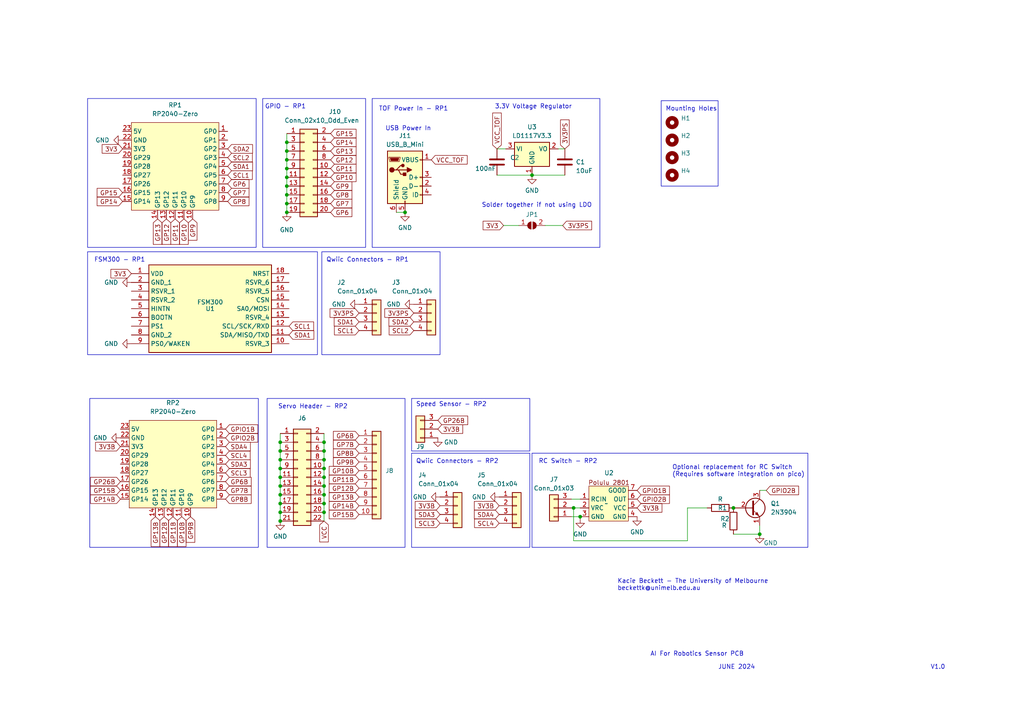
<source format=kicad_sch>
(kicad_sch (version 20230121) (generator eeschema)
  (paper "A4")
  (lib_symbols
    (symbol "Connector:USB_B_Mini" (pin_names (offset 1.016))
      (property "Reference" "J" (at -5.08 11.43 0))
      (property "Value" "USB_B_Mini" (at -5.08 8.89 0))
      (symbol "USB_B_Mini_0_1"
        (rectangle (start -5.08 -7.62) (end 5.08 7.62) (stroke (width 0.254)) (fill (type background)))
        (circle (center -3.81 2.159) (radius 0.635) (stroke (width 0.254)) (fill (type outline)))
        (circle (center -0.635 3.429) (radius 0.381) (stroke (width 0.254)) (fill (type outline)))
        (rectangle (start -0.127 -7.62) (end 0.127 -6.858))
        (polyline (pts (xy -1.905 2.159) (xy 0.635 2.159)) (stroke (width 0.254)))
        (polyline (pts (xy -3.175 2.159) (xy -2.54 2.159) (xy -1.27 3.429) (xy -0.635 3.429)) (stroke (width 0.254)))
        (polyline (pts (xy -2.54 2.159) (xy -1.905 2.159) (xy -1.27 0.889) (xy 0 0.889)) (stroke (width 0.254)))
        (polyline (pts (xy 0.635 2.794) (xy 0.635 1.524) (xy 1.905 2.159) (xy 0.635 2.794)) (stroke (width 0.254)) (fill (type outline)))
        (polyline (pts (xy -4.318 5.588) (xy -1.778 5.588) (xy -2.032 4.826) (xy -4.064 4.826) (xy -4.318 5.588)) (fill (type outline)))
        (polyline (pts (xy -4.699 5.842) (xy -4.699 5.588) (xy -4.445 4.826) (xy -4.445 4.572) (xy -1.651 4.572) (xy -1.651 4.826) (xy -1.397 5.588) (xy -1.397 5.842) (xy -4.699 5.842)))
        (rectangle (start 0.254 1.27) (end -0.508 0.508) (stroke (width 0.254)) (fill (type outline)))
        (rectangle (start 5.08 -5.207) (end 4.318 -4.953))
        (rectangle (start 5.08 -2.667) (end 4.318 -2.413))
        (rectangle (start 5.08 -0.127) (end 4.318 0.127))
        (rectangle (start 5.08 4.953) (end 4.318 5.207))
      )
      (symbol "USB_B_Mini_1_1"
        (pin power_out line (at 7.62 5.08 180) (length 2.54) (name "VBUS") (number "1"))
        (pin bidirectional line (at 7.62 -2.54 180) (length 2.54) (name "D-") (number "2"))
        (pin bidirectional line (at 7.62 0 180) (length 2.54) (name "D+") (number "3"))
        (pin passive line (at 7.62 -5.08 180) (length 2.54) (name "ID") (number "4"))
        (pin power_out line (at 0 -10.16 90) (length 2.54) (name "GND") (number "5"))
        (pin passive line (at -2.54 -10.16 90) (length 2.54) (name "Shield") (number "6"))
      )
    )
    (symbol "Connector_Generic:Conn_01x03" (pin_names (offset 1.016) hide)
      (property "Reference" "J" (at 0 5.08 0))
      (property "Value" "Conn_01x03" (at 0 -5.08 0))
      (symbol "Conn_01x03_1_1"
        (rectangle (start -1.27 -2.413) (end 0 -2.667) (stroke (width 0.1524)))
        (rectangle (start -1.27 0.127) (end 0 -0.127) (stroke (width 0.1524)))
        (rectangle (start -1.27 2.667) (end 0 2.413) (stroke (width 0.1524)))
        (rectangle (start -1.27 3.81) (end 1.27 -3.81) (stroke (width 0.254)) (fill (type background)))
        (pin passive line (at -5.08 2.54 0) (length 3.81) (name "Pin_1") (number "1"))
        (pin passive line (at -5.08 0 0) (length 3.81) (name "Pin_2") (number "2"))
        (pin passive line (at -5.08 -2.54 0) (length 3.81) (name "Pin_3") (number "3"))
      )
    )
    (symbol "Connector_Generic:Conn_01x04" (pin_names (offset 1.016) hide)
      (property "Reference" "J" (at 0 5.08 0))
      (property "Value" "Conn_01x04" (at 0 -7.62 0))
      (symbol "Conn_01x04_1_1"
        (rectangle (start -1.27 -4.953) (end 0 -5.207) (stroke (width 0.1524)))
        (rectangle (start -1.27 -2.413) (end 0 -2.667) (stroke (width 0.1524)))
        (rectangle (start -1.27 0.127) (end 0 -0.127) (stroke (width 0.1524)))
        (rectangle (start -1.27 2.667) (end 0 2.413) (stroke (width 0.1524)))
        (rectangle (start -1.27 3.81) (end 1.27 -6.35) (stroke (width 0.254)) (fill (type background)))
        (pin passive line (at -5.08 2.54 0) (length 3.81) (name "Pin_1") (number "1"))
        (pin passive line (at -5.08 0 0) (length 3.81) (name "Pin_2") (number "2"))
        (pin passive line (at -5.08 -2.54 0) (length 3.81) (name "Pin_3") (number "3"))
        (pin passive line (at -5.08 -5.08 0) (length 3.81) (name "Pin_4") (number "4"))
      )
    )
    (symbol "Connector_Generic:Conn_01x10" (pin_names (offset 1.016) hide)
      (property "Reference" "J" (at 0 12.7 0))
      (property "Value" "Conn_01x10" (at 0 -15.24 0))
      (symbol "Conn_01x10_1_1"
        (rectangle (start -1.27 -12.573) (end 0 -12.827) (stroke (width 0.1524)))
        (rectangle (start -1.27 -10.033) (end 0 -10.287) (stroke (width 0.1524)))
        (rectangle (start -1.27 -7.493) (end 0 -7.747) (stroke (width 0.1524)))
        (rectangle (start -1.27 -4.953) (end 0 -5.207) (stroke (width 0.1524)))
        (rectangle (start -1.27 -2.413) (end 0 -2.667) (stroke (width 0.1524)))
        (rectangle (start -1.27 0.127) (end 0 -0.127) (stroke (width 0.1524)))
        (rectangle (start -1.27 2.667) (end 0 2.413) (stroke (width 0.1524)))
        (rectangle (start -1.27 5.207) (end 0 4.953) (stroke (width 0.1524)))
        (rectangle (start -1.27 7.747) (end 0 7.493) (stroke (width 0.1524)))
        (rectangle (start -1.27 10.287) (end 0 10.033) (stroke (width 0.1524)))
        (rectangle (start -1.27 11.43) (end 1.27 -13.97) (stroke (width 0.254)) (fill (type background)))
        (pin passive line (at -5.08 10.16 0) (length 3.81) (name "Pin_1") (number "1"))
        (pin passive line (at -5.08 -12.7 0) (length 3.81) (name "Pin_10") (number "10"))
        (pin passive line (at -5.08 7.62 0) (length 3.81) (name "Pin_2") (number "2"))
        (pin passive line (at -5.08 5.08 0) (length 3.81) (name "Pin_3") (number "3"))
        (pin passive line (at -5.08 2.54 0) (length 3.81) (name "Pin_4") (number "4"))
        (pin passive line (at -5.08 0 0) (length 3.81) (name "Pin_5") (number "5"))
        (pin passive line (at -5.08 -2.54 0) (length 3.81) (name "Pin_6") (number "6"))
        (pin passive line (at -5.08 -5.08 0) (length 3.81) (name "Pin_7") (number "7"))
        (pin passive line (at -5.08 -7.62 0) (length 3.81) (name "Pin_8") (number "8"))
        (pin passive line (at -5.08 -10.16 0) (length 3.81) (name "Pin_9") (number "9"))
      )
    )
    (symbol "Connector_Generic:Conn_02x10_Odd_Even" (pin_names (offset 1.016) hide)
      (property "Reference" "J" (at 1.27 12.7 0))
      (property "Value" "Conn_02x10_Odd_Even" (at 1.27 -15.24 0))
      (symbol "Conn_02x10_Odd_Even_1_1"
        (rectangle (start -1.27 -12.573) (end 0 -12.827) (stroke (width 0.1524)))
        (rectangle (start -1.27 -10.033) (end 0 -10.287) (stroke (width 0.1524)))
        (rectangle (start -1.27 -7.493) (end 0 -7.747) (stroke (width 0.1524)))
        (rectangle (start -1.27 -4.953) (end 0 -5.207) (stroke (width 0.1524)))
        (rectangle (start -1.27 -2.413) (end 0 -2.667) (stroke (width 0.1524)))
        (rectangle (start -1.27 0.127) (end 0 -0.127) (stroke (width 0.1524)))
        (rectangle (start -1.27 2.667) (end 0 2.413) (stroke (width 0.1524)))
        (rectangle (start -1.27 5.207) (end 0 4.953) (stroke (width 0.1524)))
        (rectangle (start -1.27 7.747) (end 0 7.493) (stroke (width 0.1524)))
        (rectangle (start -1.27 10.287) (end 0 10.033) (stroke (width 0.1524)))
        (rectangle (start -1.27 11.43) (end 3.81 -13.97) (stroke (width 0.254)) (fill (type background)))
        (rectangle (start 3.81 -12.573) (end 2.54 -12.827) (stroke (width 0.1524)))
        (rectangle (start 3.81 -10.033) (end 2.54 -10.287) (stroke (width 0.1524)))
        (rectangle (start 3.81 -7.493) (end 2.54 -7.747) (stroke (width 0.1524)))
        (rectangle (start 3.81 -4.953) (end 2.54 -5.207) (stroke (width 0.1524)))
        (rectangle (start 3.81 -2.413) (end 2.54 -2.667) (stroke (width 0.1524)))
        (rectangle (start 3.81 0.127) (end 2.54 -0.127) (stroke (width 0.1524)))
        (rectangle (start 3.81 2.667) (end 2.54 2.413) (stroke (width 0.1524)))
        (rectangle (start 3.81 5.207) (end 2.54 4.953) (stroke (width 0.1524)))
        (rectangle (start 3.81 7.747) (end 2.54 7.493) (stroke (width 0.1524)))
        (rectangle (start 3.81 10.287) (end 2.54 10.033) (stroke (width 0.1524)))
        (pin passive line (at -5.08 10.16 0) (length 3.81) (name "Pin_1") (number "1"))
        (pin passive line (at 7.62 0 180) (length 3.81) (name "Pin_10") (number "10"))
        (pin passive line (at -5.08 -2.54 0) (length 3.81) (name "Pin_11") (number "11"))
        (pin passive line (at 7.62 -2.54 180) (length 3.81) (name "Pin_12") (number "12"))
        (pin passive line (at -5.08 -5.08 0) (length 3.81) (name "Pin_13") (number "13"))
        (pin passive line (at 7.62 -5.08 180) (length 3.81) (name "Pin_14") (number "14"))
        (pin passive line (at -5.08 -7.62 0) (length 3.81) (name "Pin_15") (number "15"))
        (pin passive line (at 7.62 -7.62 180) (length 3.81) (name "Pin_16") (number "16"))
        (pin passive line (at -5.08 -10.16 0) (length 3.81) (name "Pin_17") (number "17"))
        (pin passive line (at 7.62 -10.16 180) (length 3.81) (name "Pin_18") (number "18"))
        (pin passive line (at -5.08 -12.7 0) (length 3.81) (name "Pin_19") (number "19"))
        (pin passive line (at 7.62 10.16 180) (length 3.81) (name "Pin_2") (number "2"))
        (pin passive line (at 7.62 -12.7 180) (length 3.81) (name "Pin_20") (number "20"))
        (pin passive line (at -5.08 7.62 0) (length 3.81) (name "Pin_3") (number "3"))
        (pin passive line (at 7.62 7.62 180) (length 3.81) (name "Pin_4") (number "4"))
        (pin passive line (at -5.08 5.08 0) (length 3.81) (name "Pin_5") (number "5"))
        (pin passive line (at 7.62 5.08 180) (length 3.81) (name "Pin_6") (number "6"))
        (pin passive line (at -5.08 2.54 0) (length 3.81) (name "Pin_7") (number "7"))
        (pin passive line (at 7.62 2.54 180) (length 3.81) (name "Pin_8") (number "8"))
        (pin passive line (at -5.08 0 0) (length 3.81) (name "Pin_9") (number "9"))
      )
    )
    (symbol "Connector_Generic:Conn_02x11_Odd_Even" (pin_names (offset 1.016) hide)
      (property "Reference" "J" (at 1.27 15.24 0))
      (property "Value" "Conn_02x11_Odd_Even" (at 1.27 -15.24 0))
      (symbol "Conn_02x11_Odd_Even_1_1"
        (rectangle (start -1.27 -12.573) (end 0 -12.827) (stroke (width 0.1524)))
        (rectangle (start -1.27 -10.033) (end 0 -10.287) (stroke (width 0.1524)))
        (rectangle (start -1.27 -7.493) (end 0 -7.747) (stroke (width 0.1524)))
        (rectangle (start -1.27 -4.953) (end 0 -5.207) (stroke (width 0.1524)))
        (rectangle (start -1.27 -2.413) (end 0 -2.667) (stroke (width 0.1524)))
        (rectangle (start -1.27 0.127) (end 0 -0.127) (stroke (width 0.1524)))
        (rectangle (start -1.27 2.667) (end 0 2.413) (stroke (width 0.1524)))
        (rectangle (start -1.27 5.207) (end 0 4.953) (stroke (width 0.1524)))
        (rectangle (start -1.27 7.747) (end 0 7.493) (stroke (width 0.1524)))
        (rectangle (start -1.27 10.287) (end 0 10.033) (stroke (width 0.1524)))
        (rectangle (start -1.27 12.827) (end 0 12.573) (stroke (width 0.1524)))
        (rectangle (start -1.27 13.97) (end 3.81 -13.97) (stroke (width 0.254)) (fill (type background)))
        (rectangle (start 3.81 -12.573) (end 2.54 -12.827) (stroke (width 0.1524)))
        (rectangle (start 3.81 -10.033) (end 2.54 -10.287) (stroke (width 0.1524)))
        (rectangle (start 3.81 -7.493) (end 2.54 -7.747) (stroke (width 0.1524)))
        (rectangle (start 3.81 -4.953) (end 2.54 -5.207) (stroke (width 0.1524)))
        (rectangle (start 3.81 -2.413) (end 2.54 -2.667) (stroke (width 0.1524)))
        (rectangle (start 3.81 0.127) (end 2.54 -0.127) (stroke (width 0.1524)))
        (rectangle (start 3.81 2.667) (end 2.54 2.413) (stroke (width 0.1524)))
        (rectangle (start 3.81 5.207) (end 2.54 4.953) (stroke (width 0.1524)))
        (rectangle (start 3.81 7.747) (end 2.54 7.493) (stroke (width 0.1524)))
        (rectangle (start 3.81 10.287) (end 2.54 10.033) (stroke (width 0.1524)))
        (rectangle (start 3.81 12.827) (end 2.54 12.573) (stroke (width 0.1524)))
        (pin passive line (at -5.08 12.7 0) (length 3.81) (name "Pin_1") (number "1"))
        (pin passive line (at 7.62 2.54 180) (length 3.81) (name "Pin_10") (number "10"))
        (pin passive line (at -5.08 0 0) (length 3.81) (name "Pin_11") (number "11"))
        (pin passive line (at 7.62 0 180) (length 3.81) (name "Pin_12") (number "12"))
        (pin passive line (at -5.08 -2.54 0) (length 3.81) (name "Pin_13") (number "13"))
        (pin passive line (at 7.62 -2.54 180) (length 3.81) (name "Pin_14") (number "14"))
        (pin passive line (at -5.08 -5.08 0) (length 3.81) (name "Pin_15") (number "15"))
        (pin passive line (at 7.62 -5.08 180) (length 3.81) (name "Pin_16") (number "16"))
        (pin passive line (at -5.08 -7.62 0) (length 3.81) (name "Pin_17") (number "17"))
        (pin passive line (at 7.62 -7.62 180) (length 3.81) (name "Pin_18") (number "18"))
        (pin passive line (at -5.08 -10.16 0) (length 3.81) (name "Pin_19") (number "19"))
        (pin passive line (at 7.62 12.7 180) (length 3.81) (name "Pin_2") (number "2"))
        (pin passive line (at 7.62 -10.16 180) (length 3.81) (name "Pin_20") (number "20"))
        (pin passive line (at -5.08 -12.7 0) (length 3.81) (name "Pin_21") (number "21"))
        (pin passive line (at 7.62 -12.7 180) (length 3.81) (name "Pin_22") (number "22"))
        (pin passive line (at -5.08 10.16 0) (length 3.81) (name "Pin_3") (number "3"))
        (pin passive line (at 7.62 10.16 180) (length 3.81) (name "Pin_4") (number "4"))
        (pin passive line (at -5.08 7.62 0) (length 3.81) (name "Pin_5") (number "5"))
        (pin passive line (at 7.62 7.62 180) (length 3.81) (name "Pin_6") (number "6"))
        (pin passive line (at -5.08 5.08 0) (length 3.81) (name "Pin_7") (number "7"))
        (pin passive line (at 7.62 5.08 180) (length 3.81) (name "Pin_8") (number "8"))
        (pin passive line (at -5.08 2.54 0) (length 3.81) (name "Pin_9") (number "9"))
      )
    )
    (symbol "Device:C" (pin_numbers hide) (pin_names (offset 0.254))
      (property "Reference" "C" (at 0.635 2.54 0))
      (property "Value" "C" (at 0.635 -2.54 0))
      (symbol "C_0_1"
        (polyline (pts (xy -2.032 -0.762) (xy 2.032 -0.762)) (stroke (width 0.508)))
        (polyline (pts (xy -2.032 0.762) (xy 2.032 0.762)) (stroke (width 0.508)))
      )
      (symbol "C_1_1"
        (pin passive line (at 0 3.81 270) (length 2.794) (name "~") (number "1"))
        (pin passive line (at 0 -3.81 90) (length 2.794) (name "~") (number "2"))
      )
    )
    (symbol "Device:R" (pin_numbers hide) (pin_names (offset 0))
      (property "Reference" "R" (at 2.032 0 90))
      (property "Value" "R" (at 0 0 90))
      (symbol "R_0_1"
        (rectangle (start -1.016 -2.54) (end 1.016 2.54) (stroke (width 0.254)))
      )
      (symbol "R_1_1"
        (pin passive line (at 0 3.81 270) (length 1.27) (name "~") (number "1"))
        (pin passive line (at 0 -3.81 90) (length 1.27) (name "~") (number "2"))
      )
    )
    (symbol "FSM300:FSM300"
      (property "Reference" "U" (at 41.91 7.62 0))
      (property "Value" "FSM300" (at 41.91 5.08 0))
      (symbol "FSM300_1_1"
        (rectangle (start 5.08 2.54) (end 40.64 -22.86) (stroke (width 0.254)) (fill (type background)))
        (pin passive line (at 0 0 0) (length 5.08) (name "VDD") (number "1"))
        (pin passive line (at 45.72 -20.32 180) (length 5.08) (name "RSVR_3") (number "10"))
        (pin passive line (at 45.72 -17.78 180) (length 5.08) (name "SDA/MISO/TXD") (number "11"))
        (pin passive line (at 45.72 -15.24 180) (length 5.08) (name "SCL/SCK/RXD") (number "12"))
        (pin passive line (at 45.72 -12.7 180) (length 5.08) (name "RSVR_4") (number "13"))
        (pin passive line (at 45.72 -10.16 180) (length 5.08) (name "SA0/MOSI") (number "14"))
        (pin passive line (at 45.72 -7.62 180) (length 5.08) (name "CSN") (number "15"))
        (pin passive line (at 45.72 -5.08 180) (length 5.08) (name "RSVR_5") (number "16"))
        (pin passive line (at 45.72 -2.54 180) (length 5.08) (name "RSVR_6") (number "17"))
        (pin passive line (at 45.72 0 180) (length 5.08) (name "NRST") (number "18"))
        (pin passive line (at 0 -2.54 0) (length 5.08) (name "GND_1") (number "2"))
        (pin passive line (at 0 -5.08 0) (length 5.08) (name "RSVR_1") (number "3"))
        (pin passive line (at 0 -7.62 0) (length 5.08) (name "RSVR_2") (number "4"))
        (pin passive line (at 0 -10.16 0) (length 5.08) (name "HINTN") (number "5"))
        (pin passive line (at 0 -12.7 0) (length 5.08) (name "BOOTN") (number "6"))
        (pin passive line (at 0 -15.24 0) (length 5.08) (name "PS1") (number "7"))
        (pin passive line (at 0 -17.78 0) (length 5.08) (name "GND_2") (number "8"))
        (pin passive line (at 0 -20.32 0) (length 5.08) (name "PS0/WAKEN") (number "9"))
      )
    )
    (symbol "Jumper:SolderJumper_2_Open" (pin_names (offset 0) hide)
      (property "Reference" "JP" (at 0 2.032 0))
      (property "Value" "SolderJumper_2_Open" (at 0 -2.54 0))
      (symbol "SolderJumper_2_Open_0_1"
        (arc (start -0.254 1.016) (mid -1.2656 0) (end -0.254 -1.016))
        (arc (start -0.254 1.016) (mid -1.2656 0) (end -0.254 -1.016) (fill (type outline)))
        (polyline (pts (xy -0.254 1.016) (xy -0.254 -1.016)))
        (polyline (pts (xy 0.254 1.016) (xy 0.254 -1.016)))
        (arc (start 0.254 -1.016) (mid 1.2656 0) (end 0.254 1.016))
        (arc (start 0.254 -1.016) (mid 1.2656 0) (end 0.254 1.016) (fill (type outline)))
      )
      (symbol "SolderJumper_2_Open_1_1"
        (pin passive line (at -3.81 0 0) (length 2.54) (name "A") (number "1"))
        (pin passive line (at 3.81 0 180) (length 2.54) (name "B") (number "2"))
      )
    )
    (symbol "Mechanical:MountingHole" (pin_names (offset 1.016))
      (property "Reference" "H" (at 0 5.08 0))
      (property "Value" "MountingHole" (at 0 3.175 0))
      (symbol "MountingHole_0_1"
        (circle (center 0 0) (radius 1.27) (stroke (width 1.27)))
      )
    )
    (symbol "Polulu2801RCSwitch:RCSwitch2801"
      (property "Reference" "U" (at -3.81 3.81 0))
      (symbol "RCSwitch2801_1_1"
        (rectangle (start -5.08 5.08) (end 6.35 -5.08) (fill (type background)))
        (text "Polulu 2801\n" (at 0.7441 6.0779 0) (effects (font (size 1.27 1.27))))
        (pin input line (at -7.62 1.27 0) (length 2.54) (name "RCIN") (number "1"))
        (pin power_in line (at -7.62 -1.27 0) (length 2.54) (name "VRC") (number "2"))
        (pin passive line (at -7.62 -3.81 0) (length 2.54) (name "GND") (number "3"))
        (pin passive line (at 8.89 -3.81 180) (length 2.54) (name "GND") (number "4"))
        (pin power_out line (at 8.89 -1.27 180) (length 2.54) (name "VCC") (number "5"))
        (pin output line (at 8.89 1.27 180) (length 2.54) (name "OUT") (number "6"))
        (pin output line (at 8.89 3.81 180) (length 2.54) (name "GOOD") (number "7"))
      )
    )
    (symbol "RP2040-Zero:RP2040-Zero"
      (property "Reference" "RZ" (at 0 5.08 0))
      (property "Value" "RP2040-Zero" (at 0 7.62 0))
      (symbol "RP2040-Zero_0_1"
        (rectangle (start -12.7 13.97) (end 12.7 -11.43) (fill (type background)))
      )
      (symbol "RP2040-Zero_1_1"
        (pin bidirectional line (at 15.24 11.43 180) (length 2.54) (name "GP0") (number "1"))
        (pin bidirectional line (at 5.08 -13.97 90) (length 2.54) (name "GP9") (number "10"))
        (pin bidirectional line (at 2.54 -13.97 90) (length 2.54) (name "GP10") (number "11"))
        (pin bidirectional line (at 0 -13.97 90) (length 2.54) (name "GP11") (number "12"))
        (pin bidirectional line (at -2.54 -13.97 90) (length 2.54) (name "GP12") (number "13"))
        (pin bidirectional line (at -5.08 -13.97 90) (length 2.54) (name "GP13") (number "14"))
        (pin bidirectional line (at -15.24 -8.89 0) (length 2.54) (name "GP14") (number "15"))
        (pin bidirectional line (at -15.24 -6.35 0) (length 2.54) (name "GP15") (number "16"))
        (pin bidirectional line (at -15.24 -3.81 0) (length 2.54) (name "GP26") (number "17"))
        (pin bidirectional line (at -15.24 -1.27 0) (length 2.54) (name "GP27") (number "18"))
        (pin bidirectional line (at -15.24 1.27 0) (length 2.54) (name "GP28") (number "19"))
        (pin bidirectional line (at 15.24 8.89 180) (length 2.54) (name "GP1") (number "2"))
        (pin bidirectional line (at -15.24 3.81 0) (length 2.54) (name "GP29") (number "20"))
        (pin power_in line (at -15.24 6.35 0) (length 2.54) (name "3V3") (number "21"))
        (pin power_in line (at -15.24 8.89 0) (length 2.54) (name "GND") (number "22"))
        (pin power_in line (at -15.24 11.43 0) (length 2.54) (name "5V") (number "23"))
        (pin bidirectional line (at 15.24 6.35 180) (length 2.54) (name "GP2") (number "3"))
        (pin bidirectional line (at 15.24 3.81 180) (length 2.54) (name "GP3") (number "4"))
        (pin bidirectional line (at 15.24 1.27 180) (length 2.54) (name "GP4") (number "5"))
        (pin bidirectional line (at 15.24 -1.27 180) (length 2.54) (name "GP5") (number "6"))
        (pin bidirectional line (at 15.24 -3.81 180) (length 2.54) (name "GP6") (number "7"))
        (pin bidirectional line (at 15.24 -6.35 180) (length 2.54) (name "GP7") (number "8"))
        (pin bidirectional line (at 15.24 -8.89 180) (length 2.54) (name "GP8") (number "9"))
      )
    )
    (symbol "Regulator_Linear:LM1117T-3.3"
      (property "Reference" "U" (at -3.81 3.175 0))
      (property "Value" "LM1117T-3.3" (at 0 3.175 0))
      (symbol "LM1117T-3.3_0_1"
        (rectangle (start -5.08 -5.08) (end 5.08 1.905) (stroke (width 0.254)) (fill (type background)))
      )
      (symbol "LM1117T-3.3_1_1"
        (pin power_in line (at 0 -7.62 90) (length 2.54) (name "GND") (number "1"))
        (pin power_out line (at 7.62 0 180) (length 2.54) (name "VO") (number "2"))
        (pin power_in line (at -7.62 0 0) (length 2.54) (name "VI") (number "3"))
      )
    )
    (symbol "Transistor_BJT:2N3904" (pin_names (offset 0) hide)
      (property "Reference" "Q" (at 5.08 1.905 0))
      (property "Value" "2N3904" (at 5.08 0 0))
      (symbol "2N3904_0_1"
        (polyline (pts (xy 0.635 0.635) (xy 2.54 2.54)))
        (polyline (pts (xy 0.635 -0.635) (xy 2.54 -2.54) (xy 2.54 -2.54)))
        (polyline (pts (xy 0.635 1.905) (xy 0.635 -1.905) (xy 0.635 -1.905)) (stroke (width 0.508)))
        (polyline (pts (xy 1.27 -1.778) (xy 1.778 -1.27) (xy 2.286 -2.286) (xy 1.27 -1.778) (xy 1.27 -1.778)) (fill (type outline)))
        (circle (center 1.27 0) (radius 2.8194) (stroke (width 0.254)))
      )
      (symbol "2N3904_1_1"
        (pin passive line (at 2.54 -5.08 90) (length 2.54) (name "E") (number "1"))
        (pin passive line (at -5.08 0 0) (length 5.715) (name "B") (number "2"))
        (pin passive line (at 2.54 5.08 270) (length 2.54) (name "C") (number "3"))
      )
    )
    (symbol "power:GND" (power) (pin_names (offset 0))
      (property "Value" "GND" (at 0 -3.81 0))
      (symbol "GND_0_1"
        (polyline (pts (xy 0 0) (xy 0 -1.27) (xy 1.27 -1.27) (xy 0 -2.54) (xy -1.27 -1.27) (xy 0 -1.27)))
      )
      (symbol "GND_1_1"
        (pin power_in line (at 0 0 270) (length 0) hide (name "GND") (number "1"))
      )
    )
  )
  (junction (at 93.98 143.51))
  (junction (at 83.185 43.815))
  (junction (at 81.28 151.13))
  (junction (at 83.185 59.055))
  (junction (at 212.725 147.32))
  (junction (at 81.28 143.51))
  (junction (at 81.28 133.35))
  (junction (at 81.28 148.59))
  (junction (at 93.98 140.97))
  (junction (at 83.185 48.895))
  (junction (at 93.98 128.27))
  (junction (at 93.98 148.59))
  (junction (at 93.98 146.05))
  (junction (at 154.305 50.8))
  (junction (at 93.98 138.43))
  (junction (at 83.185 56.515))
  (junction (at 93.98 133.35))
  (junction (at 83.185 46.355))
  (junction (at 166.37 147.32))
  (junction (at 81.28 138.43))
  (junction (at 81.28 135.89))
  (junction (at 83.185 61.595))
  (junction (at 81.28 128.27))
  (junction (at 117.475 61.595))
  (junction (at 93.98 130.81))
  (junction (at 81.28 130.81))
  (junction (at 81.28 140.97))
  (junction (at 81.28 146.05))
  (junction (at 83.185 41.275))
  (junction (at 93.98 135.89))
  (junction (at 83.185 51.435))
  (junction (at 83.185 53.975))
  (junction (at 220.345 154.94))
  (junction (at 168.275 149.86))
  (wire (pts (xy 81.28 138.43) (xy 81.28 140.97)))
  (wire (pts (xy 212.725 154.94) (xy 220.345 154.94)))
  (wire (pts (xy 166.37 147.32) (xy 168.275 147.32)))
  (wire (pts (xy 83.185 41.275) (xy 83.185 43.815)))
  (wire (pts (xy 144.145 43.18) (xy 146.685 43.18)))
  (wire (pts (xy 161.925 43.18) (xy 163.83 43.18)))
  (wire (pts (xy 220.345 142.24) (xy 222.25 142.24)))
  (wire (pts (xy 81.28 133.35) (xy 81.28 135.89)))
  (wire (pts (xy 199.39 156.845) (xy 199.39 147.32)))
  (wire (pts (xy 93.98 133.35) (xy 93.98 135.89)))
  (wire (pts (xy 166.37 156.845) (xy 166.37 147.32)))
  (wire (pts (xy 81.28 130.81) (xy 81.28 133.35)))
  (wire (pts (xy 93.98 135.89) (xy 93.98 138.43)))
  (wire (pts (xy 199.39 147.32) (xy 205.105 147.32)))
  (wire (pts (xy 81.28 128.27) (xy 81.28 130.81)))
  (wire (pts (xy 146.05 65.405) (xy 150.495 65.405)))
  (wire (pts (xy 154.305 50.8) (xy 163.83 50.8)))
  (wire (pts (xy 81.28 135.89) (xy 81.28 138.43)))
  (wire (pts (xy 165.735 144.78) (xy 168.275 144.78)))
  (wire (pts (xy 220.345 154.94) (xy 220.345 152.4)))
  (wire (pts (xy 81.28 140.97) (xy 81.28 143.51)))
  (wire (pts (xy 81.28 143.51) (xy 81.28 146.05)))
  (wire (pts (xy 81.28 146.05) (xy 81.28 148.59)))
  (wire (pts (xy 83.185 51.435) (xy 83.185 53.975)))
  (wire (pts (xy 165.735 149.86) (xy 168.275 149.86)))
  (wire (pts (xy 166.37 156.845) (xy 199.39 156.845)))
  (wire (pts (xy 165.735 147.32) (xy 166.37 147.32)))
  (wire (pts (xy 83.185 48.895) (xy 83.185 51.435)))
  (wire (pts (xy 163.195 65.405) (xy 158.115 65.405)))
  (wire (pts (xy 93.98 140.97) (xy 93.98 143.51)))
  (wire (pts (xy 93.98 148.59) (xy 93.98 151.13)))
  (wire (pts (xy 114.935 61.595) (xy 117.475 61.595)))
  (wire (pts (xy 83.185 46.355) (xy 83.185 48.895)))
  (wire (pts (xy 83.185 43.815) (xy 83.185 46.355)))
  (wire (pts (xy 144.145 50.8) (xy 154.305 50.8)))
  (wire (pts (xy 83.185 59.055) (xy 83.185 61.595)))
  (wire (pts (xy 93.98 138.43) (xy 93.98 140.97)))
  (wire (pts (xy 83.185 53.975) (xy 83.185 56.515)))
  (wire (pts (xy 83.185 56.515) (xy 83.185 59.055)))
  (wire (pts (xy 168.275 150.495) (xy 168.275 149.86)))
  (wire (pts (xy 93.98 130.81) (xy 93.98 133.35)))
  (wire (pts (xy 81.28 148.59) (xy 81.28 151.13)))
  (wire (pts (xy 93.98 146.05) (xy 93.98 148.59)))
  (wire (pts (xy 93.98 143.51) (xy 93.98 146.05)))
  (wire (pts (xy 93.98 125.73) (xy 93.98 128.27)))
  (wire (pts (xy 83.185 38.735) (xy 83.185 41.275)))
  (wire (pts (xy 93.98 128.27) (xy 93.98 130.81)))
  (wire (pts (xy 81.28 125.73) (xy 81.28 128.27)))
  (rectangle (start 191.77 29.21) (end 208.28 53.975))
  (rectangle (start 119.38 131.445) (end 153.67 158.75))
  (rectangle (start 93.345 73.025) (end 127.635 102.87))
  (rectangle (start 25.4 28.575) (end 74.295 71.755))
  (rectangle (start 107.95 28.575) (end 173.99 71.755))
  (rectangle (start 76.2 28.575) (end 106.045 71.755))
  (rectangle (start 119.38 115.57) (end 153.67 130.81))
  (rectangle (start 77.47 115.57) (end 117.475 158.75))
  (rectangle (start 26.035 115.57) (end 74.93 158.75))
  (rectangle (start 25.4 73.025) (end 92.075 102.87))
  (rectangle (start 154.305 131.445) (end 234.315 158.75))
  (text "Kacie Beckett - The University of Melbourne\nbeckettk@unimelb.edu.au" (at 179.07 171.45 0) (effects (font (size 1.27 1.27)) (justify left bottom)))
  (text "V1.0\n" (at 269.875 194.31 0) (effects (font (size 1.27 1.27)) (justify left bottom)))
  (text "USB Power In" (at 111.76 38.1 0) (effects (font (size 1.27 1.27)) (justify left bottom)))
  (text "RC Switch - RP2\n" (at 156.21 134.62 0) (effects (font (size 1.27 1.27)) (justify left bottom)))
  (text "Servo Header - RP2\n" (at 80.645 118.745 0) (effects (font (size 1.27 1.27)) (justify left bottom)))
  (text "GPIO - RP1\n" (at 76.835 31.75 0) (effects (font (size 1.27 1.27)) (justify left bottom)))
  (text "Qwiic Connectors - RP1" (at 94.615 76.2 0) (effects (font (size 1.27 1.27)) (justify left bottom)))
  (text "TOF Power In - RP1" (at 109.855 32.385 0) (effects (font (size 1.27 1.27)) (justify left bottom)))
  (text "FSM300 - RP1" (at 27.305 76.2 0) (effects (font (size 1.27 1.27)) (justify left bottom)))
  (text "Speed Sensor - RP2\n" (at 120.65 118.11 0) (effects (font (size 1.27 1.27)) (justify left bottom)))
  (text "Qwiic Connectors - RP2" (at 120.65 134.62 0) (effects (font (size 1.27 1.27)) (justify left bottom)))
  (text "AI For Robotics Sensor PCB" (at 188.595 190.5 0) (effects (font (size 1.27 1.27)) (justify left bottom)))
  (text "Optional replacement for RC Switch\n(Requires software integration on pico)" (at 194.945 138.43 0) (effects (font (size 1.27 1.27)) (justify left bottom)))
  (text "3.3V Voltage Regulator" (at 143.51 31.75 0) (effects (font (size 1.27 1.27)) (justify left bottom)))
  (text "Mounting Holes" (at 193.04 32.385 0) (effects (font (size 1.27 1.27)) (justify left bottom)))
  (text "JUNE 2024" (at 208.28 194.31 0) (effects (font (size 1.27 1.27)) (justify left bottom)))
  (text "Solder together if not using LDO" (at 139.7 60.325 0) (effects (font (size 1.27 1.27)) (justify left bottom)))
  (global_label "GP8B" (shape input) (at 104.14 131.445 180) (property "Intersheetrefs" "${INTERSHEET_REFS}" (effects hide)))
  (global_label "SDA2" (shape input) (at 66.04 43.18 0) (property "Intersheetrefs" "${INTERSHEET_REFS}" (effects hide)))
  (global_label "3V3PS" (shape input) (at 120.015 90.805 180) (property "Intersheetrefs" "${INTERSHEET_REFS}" (effects hide)))
  (global_label "GPIO2B" (shape input) (at 65.405 127 0) (property "Intersheetrefs" "${INTERSHEET_REFS}" (effects hide)))
  (global_label "SDA4" (shape input) (at 65.405 129.54 0) (property "Intersheetrefs" "${INTERSHEET_REFS}" (effects hide)))
  (global_label "SCL4" (shape input) (at 144.78 151.765 180) (property "Intersheetrefs" "${INTERSHEET_REFS}" (effects hide)))
  (global_label "GP11" (shape input) (at 50.8 63.5 270) (property "Intersheetrefs" "${INTERSHEET_REFS}" (effects hide)))
  (global_label "GPIO1B" (shape input) (at 184.785 142.24 0) (property "Intersheetrefs" "${INTERSHEET_REFS}" (effects hide)))
  (global_label "VCC" (shape input) (at 93.98 151.13 270) (property "Intersheetrefs" "${INTERSHEET_REFS}" (effects hide)))
  (global_label "GP13" (shape input) (at 45.72 63.5 270) (property "Intersheetrefs" "${INTERSHEET_REFS}" (effects hide)))
  (global_label "SDA2" (shape input) (at 120.015 93.345 180) (property "Intersheetrefs" "${INTERSHEET_REFS}" (effects hide)))
  (global_label "GP11B" (shape input) (at 104.14 139.065 180) (property "Intersheetrefs" "${INTERSHEET_REFS}" (effects hide)))
  (global_label "GP15" (shape input) (at 95.885 38.735 0) (property "Intersheetrefs" "${INTERSHEET_REFS}" (effects hide)))
  (global_label "GP10" (shape input) (at 95.885 51.435 0) (property "Intersheetrefs" "${INTERSHEET_REFS}" (effects hide)))
  (global_label "GP15" (shape input) (at 35.56 55.88 180) (property "Intersheetrefs" "${INTERSHEET_REFS}" (effects hide)))
  (global_label "GP15B" (shape input) (at 34.925 142.24 180) (property "Intersheetrefs" "${INTERSHEET_REFS}" (effects hide)))
  (global_label "GP7" (shape input) (at 95.885 59.055 0) (property "Intersheetrefs" "${INTERSHEET_REFS}" (effects hide)))
  (global_label "3V3PS" (shape input) (at 104.14 90.805 180) (property "Intersheetrefs" "${INTERSHEET_REFS}" (effects hide)))
  (global_label "VCC_TOF" (shape input) (at 125.095 46.355 0) (property "Intersheetrefs" "${INTERSHEET_REFS}" (effects hide)))
  (global_label "GP11" (shape input) (at 95.885 48.895 0) (property "Intersheetrefs" "${INTERSHEET_REFS}" (effects hide)))
  (global_label "GP10B" (shape input) (at 104.14 136.525 180) (property "Intersheetrefs" "${INTERSHEET_REFS}" (effects hide)))
  (global_label "GP6" (shape input) (at 66.04 53.34 0) (property "Intersheetrefs" "${INTERSHEET_REFS}" (effects hide)))
  (global_label "SDA4" (shape input) (at 144.78 149.225 180) (property "Intersheetrefs" "${INTERSHEET_REFS}" (effects hide)))
  (global_label "SDA1" (shape input) (at 66.04 48.26 0) (property "Intersheetrefs" "${INTERSHEET_REFS}" (effects hide)))
  (global_label "SDA3" (shape input) (at 65.405 134.62 0) (property "Intersheetrefs" "${INTERSHEET_REFS}" (effects hide)))
  (global_label "GP8" (shape input) (at 95.885 56.515 0) (property "Intersheetrefs" "${INTERSHEET_REFS}" (effects hide)))
  (global_label "3V3" (shape input) (at 146.05 65.405 180) (property "Intersheetrefs" "${INTERSHEET_REFS}" (effects hide)))
  (global_label "3V3" (shape input) (at 35.56 43.18 180) (property "Intersheetrefs" "${INTERSHEET_REFS}" (effects hide)))
  (global_label "GP12B" (shape input) (at 47.625 149.86 270) (property "Intersheetrefs" "${INTERSHEET_REFS}" (effects hide)))
  (global_label "SCL2" (shape input) (at 66.04 45.72 0) (property "Intersheetrefs" "${INTERSHEET_REFS}" (effects hide)))
  (global_label "SCL1" (shape input) (at 104.14 95.885 180) (property "Intersheetrefs" "${INTERSHEET_REFS}" (effects hide)))
  (global_label "GP7B" (shape input) (at 104.14 128.905 180) (property "Intersheetrefs" "${INTERSHEET_REFS}" (effects hide)))
  (global_label "GP14" (shape input) (at 95.885 41.275 0) (property "Intersheetrefs" "${INTERSHEET_REFS}" (effects hide)))
  (global_label "GP14B" (shape input) (at 104.14 146.685 180) (property "Intersheetrefs" "${INTERSHEET_REFS}" (effects hide)))
  (global_label "GP8" (shape input) (at 66.04 58.42 0) (property "Intersheetrefs" "${INTERSHEET_REFS}" (effects hide)))
  (global_label "GP13B" (shape input) (at 45.085 149.86 270) (property "Intersheetrefs" "${INTERSHEET_REFS}" (effects hide)))
  (global_label "SDA1" (shape input) (at 104.14 93.345 180) (property "Intersheetrefs" "${INTERSHEET_REFS}" (effects hide)))
  (global_label "GP9B" (shape input) (at 55.245 149.86 270) (property "Intersheetrefs" "${INTERSHEET_REFS}" (effects hide)))
  (global_label "GP7" (shape input) (at 66.04 55.88 0) (property "Intersheetrefs" "${INTERSHEET_REFS}" (effects hide)))
  (global_label "GP9" (shape input) (at 55.88 63.5 270) (property "Intersheetrefs" "${INTERSHEET_REFS}" (effects hide)))
  (global_label "SCL1" (shape input) (at 66.04 50.8 0) (property "Intersheetrefs" "${INTERSHEET_REFS}" (effects hide)))
  (global_label "GP13" (shape input) (at 95.885 43.815 0) (property "Intersheetrefs" "${INTERSHEET_REFS}" (effects hide)))
  (global_label "3V3PS" (shape input) (at 163.195 65.405 0) (property "Intersheetrefs" "${INTERSHEET_REFS}" (effects hide)))
  (global_label "SCL1" (shape input) (at 83.82 94.615 0) (property "Intersheetrefs" "${INTERSHEET_REFS}" (effects hide)))
  (global_label "GPIO1B" (shape input) (at 65.405 124.46 0) (property "Intersheetrefs" "${INTERSHEET_REFS}" (effects hide)))
  (global_label "GP15B" (shape input) (at 104.14 149.225 180) (property "Intersheetrefs" "${INTERSHEET_REFS}" (effects hide)))
  (global_label "SDA3" (shape input) (at 127.635 149.225 180) (property "Intersheetrefs" "${INTERSHEET_REFS}" (effects hide)))
  (global_label "3V3B" (shape input) (at 34.925 129.54 180) (property "Intersheetrefs" "${INTERSHEET_REFS}" (effects hide)))
  (global_label "GP10" (shape input) (at 53.34 63.5 270) (property "Intersheetrefs" "${INTERSHEET_REFS}" (effects hide)))
  (global_label "GP12B" (shape input) (at 104.14 141.605 180) (property "Intersheetrefs" "${INTERSHEET_REFS}" (effects hide)))
  (global_label "GP26B" (shape input) (at 127 121.92 0) (property "Intersheetrefs" "${INTERSHEET_REFS}" (effects hide)))
  (global_label "GPIO2B" (shape input) (at 184.785 144.78 0) (property "Intersheetrefs" "${INTERSHEET_REFS}" (effects hide)))
  (global_label "GP9B" (shape input) (at 104.14 133.985 180) (property "Intersheetrefs" "${INTERSHEET_REFS}" (effects hide)))
  (global_label "GP13B" (shape input) (at 104.14 144.145 180) (property "Intersheetrefs" "${INTERSHEET_REFS}" (effects hide)))
  (global_label "SDA1" (shape input) (at 83.82 97.155 0) (property "Intersheetrefs" "${INTERSHEET_REFS}" (effects hide)))
  (global_label "GP8B" (shape input) (at 65.405 144.78 0) (property "Intersheetrefs" "${INTERSHEET_REFS}" (effects hide)))
  (global_label "SCL3" (shape input) (at 127.635 151.765 180) (property "Intersheetrefs" "${INTERSHEET_REFS}" (effects hide)))
  (global_label "GP12" (shape input) (at 48.26 63.5 270) (property "Intersheetrefs" "${INTERSHEET_REFS}" (effects hide)))
  (global_label "VCC_TOF" (shape input) (at 144.145 43.18 90) (property "Intersheetrefs" "${INTERSHEET_REFS}" (effects hide)))
  (global_label "GP9" (shape input) (at 95.885 53.975 0) (property "Intersheetrefs" "${INTERSHEET_REFS}" (effects hide)))
  (global_label "GP10B" (shape input) (at 52.705 149.86 270) (property "Intersheetrefs" "${INTERSHEET_REFS}" (effects hide)))
  (global_label "GP6B" (shape input) (at 104.14 126.365 180) (property "Intersheetrefs" "${INTERSHEET_REFS}" (effects hide)))
  (global_label "GP6" (shape input) (at 95.885 61.595 0) (property "Intersheetrefs" "${INTERSHEET_REFS}" (effects hide)))
  (global_label "GP11B" (shape input) (at 50.165 149.86 270) (property "Intersheetrefs" "${INTERSHEET_REFS}" (effects hide)))
  (global_label "GP12" (shape input) (at 95.885 46.355 0) (property "Intersheetrefs" "${INTERSHEET_REFS}" (effects hide)))
  (global_label "SCL2" (shape input) (at 120.015 95.885 180) (property "Intersheetrefs" "${INTERSHEET_REFS}" (effects hide)))
  (global_label "3V3PS" (shape input) (at 163.83 43.18 90) (property "Intersheetrefs" "${INTERSHEET_REFS}" (effects hide)))
  (global_label "SCL3" (shape input) (at 65.405 137.16 0) (property "Intersheetrefs" "${INTERSHEET_REFS}" (effects hide)))
  (global_label "GP6B" (shape input) (at 65.405 139.7 0) (property "Intersheetrefs" "${INTERSHEET_REFS}" (effects hide)))
  (global_label "3V3B" (shape input) (at 184.785 147.32 0) (property "Intersheetrefs" "${INTERSHEET_REFS}" (effects hide)))
  (global_label "3V3" (shape input) (at 38.1 79.375 180) (property "Intersheetrefs" "${INTERSHEET_REFS}" (effects hide)))
  (global_label "GP14B" (shape input) (at 34.925 144.78 180) (property "Intersheetrefs" "${INTERSHEET_REFS}" (effects hide)))
  (global_label "GP26B" (shape input) (at 34.925 139.7 180) (property "Intersheetrefs" "${INTERSHEET_REFS}" (effects hide)))
  (global_label "3V3B" (shape input) (at 144.78 146.685 180) (property "Intersheetrefs" "${INTERSHEET_REFS}" (effects hide)))
  (global_label "3V3B" (shape input) (at 127.635 146.685 180) (property "Intersheetrefs" "${INTERSHEET_REFS}" (effects hide)))
  (global_label "GP14" (shape input) (at 35.56 58.42 180) (property "Intersheetrefs" "${INTERSHEET_REFS}" (effects hide)))
  (global_label "3V3B" (shape input) (at 127 124.46 0) (property "Intersheetrefs" "${INTERSHEET_REFS}" (effects hide)))
  (global_label "GPIO2B" (shape input) (at 222.25 142.24 0) (property "Intersheetrefs" "${INTERSHEET_REFS}" (effects hide)))
  (global_label "SCL4" (shape input) (at 65.405 132.08 0) (property "Intersheetrefs" "${INTERSHEET_REFS}" (effects hide)))
  (global_label "GP7B" (shape input) (at 65.405 142.24 0) (property "Intersheetrefs" "${INTERSHEET_REFS}" (effects hide)))
  (symbol (lib_id "Regulator_Linear:LM1117T-3.3") (at 154.305 43.18 0) (unit 1)
    (property "Reference" "U3" (at 154.305 36.83 0))
    (property "Value" "LD1117V3.3" (at 154.305 39.37 0))
    (property "Footprint" "Package_TO_SOT_THT:TO-220-3_Vertical" (effects hide))
    (property "Datasheet" "http://www.ti.com/lit/ds/symlink/lm1117.pdf" (effects hide))
  )
  (symbol (lib_id "power:GND") (at 81.28 151.13 0) (unit 1)
    (property "Reference" "#PWR09" (effects hide))
    (property "Value" "GND" (at 81.28 155.575 0))
  )
  (symbol (lib_id "Connector_Generic:Conn_01x03") (at 160.655 147.32 180) (unit 1)
    (property "Reference" "J7" (at 160.655 139.065 0))
    (property "Value" "Conn_01x03" (at 160.655 141.605 0))
    (property "Footprint" "Connector_PinHeader_2.54mm:PinHeader_1x03_P2.54mm_Vertical" (effects hide))
  )
  (symbol (lib_id "Transistor_BJT:2N3904") (at 217.805 147.32 0) (unit 1)
    (property "Reference" "Q1" (at 223.52 146.05 0) (effects (justify left)))
    (property "Value" "2N3904" (at 223.52 148.59 0) (effects (justify left)))
    (property "Footprint" "Package_TO_SOT_THT:TO-92_Inline" (effects hide))
    (property "Datasheet" "https://www.onsemi.com/pub/Collateral/2N3903-D.PDF" (effects hide))
  )
  (symbol (lib_id "Connector_Generic:Conn_02x10_Odd_Even") (at 88.265 48.895 0) (unit 1)
    (property "Reference" "J10" (at 97.155 32.385 0))
    (property "Value" "Conn_02x10_Odd_Even" (at 93.345 34.925 0))
    (property "Footprint" "Connector_PinHeader_2.54mm:PinHeader_2x10_P2.54mm_Vertical" (effects hide))
  )
  (symbol (lib_id "Connector_Generic:Conn_01x04") (at 149.86 146.685 0) (unit 1)
    (property "Reference" "J5" (at 138.43 137.795 0) (effects (justify left)))
    (property "Value" "Conn_01x04" (at 138.43 140.335 0) (effects (justify left)))
    (property "Footprint" "Connector_JST:JST_SH_SM04B-SRSS-TB_1x04-1MP_P1.00mm_Horizontal" (effects hide))
  )
  (symbol (lib_id "Connector_Generic:Conn_01x03") (at 121.92 124.46 180) (unit 1)
    (property "Reference" "J9" (at 121.92 129.54 0))
    (property "Value" "Conn_01x03" (effects hide))
    (property "Footprint" "Connector_PinHeader_2.54mm:PinHeader_1x03_P2.54mm_Vertical" (effects hide))
  )
  (symbol (lib_id "power:GND") (at 104.14 88.265 270) (unit 1)
    (property "Reference" "#PWR05" (effects hide))
    (property "Value" "GND" (at 100.33 88.265 90) (effects (justify right)))
  )
  (symbol (lib_id "Device:C") (at 144.145 46.99 0) (unit 1)
    (property "Reference" "C2" (at 147.955 45.72 0) (effects (justify left)))
    (property "Value" "100nF" (at 137.795 48.895 0) (effects (justify left)))
    (property "Footprint" "Capacitor_THT:CP_Radial_D4.0mm_P2.00mm" (effects hide))
  )
  (symbol (lib_id "Polulu2801RCSwitch:RCSwitch2801") (at 175.895 146.05 0) (unit 1)
    (property "Reference" "U2" (at 176.6391 137.16 0))
    (property "Value" "~" (at 175.895 146.05 0))
    (property "Footprint" "Polulu2801RCSwitch:2801RCSwitch" (effects hide))
  )
  (symbol (lib_id "Device:R") (at 212.725 151.13 180) (unit 1)
    (property "Reference" "R2" (at 208.915 150.495 0) (effects (justify right)))
    (property "Value" "R" (at 210.82 152.4 0) (effects (justify left)))
    (property "Footprint" "Resistor_SMD:R_0805_2012Metric" (effects hide))
  )
  (symbol (lib_id "RP2040-Zero:RP2040-Zero") (at 50.165 135.89 0) (unit 1)
    (property "Reference" "RP2" (at 50.165 116.84 0))
    (property "Value" "RP2040-Zero" (at 50.165 119.38 0))
    (property "Footprint" "RP2040-Zero:RP2040-Zero" (effects hide))
  )
  (symbol (lib_id "Connector_Generic:Conn_01x04") (at 109.22 90.805 0) (unit 1)
    (property "Reference" "J2" (at 97.79 81.915 0) (effects (justify left)))
    (property "Value" "Conn_01x04" (at 97.79 84.455 0) (effects (justify left)))
    (property "Footprint" "Connector_JST:JST_SH_SM04B-SRSS-TB_1x04-1MP_P1.00mm_Horizontal" (effects hide))
  )
  (symbol (lib_id "power:GND") (at 127.635 144.145 270) (unit 1)
    (property "Reference" "#PWR07" (effects hide))
    (property "Value" "GND" (at 123.825 144.145 90) (effects (justify right)))
  )
  (symbol (lib_id "power:GND") (at 184.785 149.86 0) (unit 1)
    (property "Reference" "#PWR010" (effects hide))
    (property "Value" "GND" (at 184.785 154.305 0))
  )
  (symbol (lib_id "power:GND") (at 120.015 88.265 270) (unit 1)
    (property "Reference" "#PWR06" (effects hide))
    (property "Value" "GND" (at 116.205 88.265 90) (effects (justify right)))
  )
  (symbol (lib_id "power:GND") (at 83.185 61.595 0) (unit 1)
    (property "Reference" "#PWR014" (effects hide))
    (property "Value" "GND" (at 83.185 66.675 0))
  )
  (symbol (lib_id "FSM300:FSM300") (at 38.1 79.375 0) (unit 1)
    (property "Reference" "U1" (at 60.96 89.535 0))
    (property "Value" "FSM300" (at 60.96 87.63 0))
    (property "Footprint" "FSM300" (effects hide))
    (property "Datasheet" "https://eu.mouser.com/datasheet/2/1480/FSM30x_Datasheet-3196253.pdf" (effects hide))
    (property "Height" "4.1" (effects hide))
    (property "Manufacturer_Name" "CEVA" (effects hide))
    (property "Manufacturer_Part_Number" "FSM300" (effects hide))
  )
  (symbol (lib_id "Mechanical:MountingHole") (at 194.945 45.72 0) (unit 1)
    (property "Reference" "H3" (at 197.485 44.45 0) (effects (justify left)))
    (property "Value" "MountingHole" (effects hide))
    (property "Footprint" "MountingHole:MountingHole_3.2mm_M3_DIN965_Pad" (effects hide))
  )
  (symbol (lib_id "power:GND") (at 117.475 61.595 0) (unit 1)
    (property "Reference" "#PWR017" (effects hide))
    (property "Value" "GND" (at 117.475 66.04 0))
  )
  (symbol (lib_id "power:GND") (at 38.1 99.695 270) (unit 1)
    (property "Reference" "#PWR04" (effects hide))
    (property "Value" "GND" (at 34.29 99.695 90) (effects (justify right)))
  )
  (symbol (lib_id "power:GND") (at 144.78 144.145 270) (unit 1)
    (property "Reference" "#PWR08" (effects hide))
    (property "Value" "GND" (at 140.97 144.145 90) (effects (justify right)))
  )
  (symbol (lib_id "Connector_Generic:Conn_01x04") (at 132.715 146.685 0) (unit 1)
    (property "Reference" "J4" (at 121.285 137.795 0) (effects (justify left)))
    (property "Value" "Conn_01x04" (at 121.285 140.335 0) (effects (justify left)))
    (property "Footprint" "Connector_JST:JST_SH_SM04B-SRSS-TB_1x04-1MP_P1.00mm_Horizontal" (effects hide))
  )
  (symbol (lib_id "Mechanical:MountingHole") (at 194.945 40.64 0) (unit 1)
    (property "Reference" "H2" (at 197.485 39.37 0) (effects (justify left)))
    (property "Value" "MountingHole" (effects hide))
    (property "Footprint" "MountingHole:MountingHole_3.2mm_M3_DIN965_Pad" (effects hide))
  )
  (symbol (lib_id "Connector_Generic:Conn_02x11_Odd_Even") (at 86.36 138.43 0) (unit 1)
    (property "Reference" "J6" (at 87.63 121.285 0))
    (property "Value" "Conn_02x11_Odd_Even" (effects hide))
    (property "Footprint" "Connector_PinHeader_2.54mm:PinHeader_2x11_P2.54mm_Vertical" (effects hide))
  )
  (symbol (lib_id "Connector_Generic:Conn_01x04") (at 125.095 90.805 0) (unit 1)
    (property "Reference" "J3" (at 113.665 81.915 0) (effects (justify left)))
    (property "Value" "Conn_01x04" (at 113.665 84.455 0) (effects (justify left)))
    (property "Footprint" "Connector_JST:JST_SH_SM04B-SRSS-TB_1x04-1MP_P1.00mm_Horizontal" (effects hide))
  )
  (symbol (lib_id "Connector:USB_B_Mini") (at 117.475 51.435 0) (unit 1)
    (property "Reference" "J11" (at 117.475 39.37 0))
    (property "Value" "USB_B_Mini" (at 117.475 41.91 0))
    (property "Footprint" "Connector_USB:USB_Mini-B_Lumberg_2486_01_Horizontal" (effects hide))
  )
  (symbol (lib_id "power:GND") (at 127 127 0) (unit 1)
    (property "Reference" "#PWR012" (effects hide))
    (property "Value" "GND" (at 130.81 128.27 0))
  )
  (symbol (lib_id "power:GND") (at 38.1 81.915 270) (unit 1)
    (property "Reference" "#PWR03" (effects hide))
    (property "Value" "GND" (at 34.29 81.915 90) (effects (justify right)))
  )
  (symbol (lib_id "Device:C") (at 163.83 46.99 0) (unit 1)
    (property "Reference" "C1" (at 167.005 46.99 0) (effects (justify left)))
    (property "Value" "10uF" (at 167.005 49.53 0) (effects (justify left)))
    (property "Footprint" "Capacitor_THT:CP_Radial_D4.0mm_P2.00mm" (effects hide))
  )
  (symbol (lib_id "power:GND") (at 154.305 50.8 0) (unit 1)
    (property "Reference" "#PWR015" (effects hide))
    (property "Value" "GND" (at 154.305 55.245 0))
  )
  (symbol (lib_id "power:GND") (at 168.275 150.495 0) (unit 1)
    (property "Reference" "#PWR011" (effects hide))
    (property "Value" "GND" (at 168.275 154.94 0))
  )
  (symbol (lib_id "Device:R") (at 208.915 147.32 90) (unit 1)
    (property "Reference" "R1" (at 209.55 147.32 90))
    (property "Value" "R" (at 208.915 144.78 90))
    (property "Footprint" "Resistor_SMD:R_0805_2012Metric" (effects hide))
  )
  (symbol (lib_id "Mechanical:MountingHole") (at 194.945 35.56 0) (unit 1)
    (property "Reference" "H1" (at 197.485 34.29 0) (effects (justify left)))
    (property "Value" "MountingHole" (effects hide))
    (property "Footprint" "MountingHole:MountingHole_3.2mm_M3_DIN965_Pad" (effects hide))
  )
  (symbol (lib_id "Jumper:SolderJumper_2_Open") (at 154.305 65.405 0) (unit 1)
    (property "Reference" "JP1" (at 154.305 62.23 0))
    (property "Value" "SolderJumper_2_Open" (effects hide))
    (property "Footprint" "Jumper:SolderJumper-2_P1.3mm_Open_Pad1.0x1.5mm" (effects hide))
  )
  (symbol (lib_id "power:GND") (at 220.345 154.94 0) (unit 1)
    (property "Reference" "#PWR013" (effects hide))
    (property "Value" "GND" (at 223.52 157.48 0))
  )
  (symbol (lib_id "Mechanical:MountingHole") (at 194.945 50.8 0) (unit 1)
    (property "Reference" "H4" (at 197.485 49.53 0) (effects (justify left)))
    (property "Value" "MountingHole" (effects hide))
    (property "Footprint" "MountingHole:MountingHole_3.2mm_M3_DIN965_Pad" (effects hide))
  )
  (symbol (lib_id "Connector_Generic:Conn_01x10") (at 109.22 136.525 0) (unit 1)
    (property "Reference" "J8" (at 111.76 136.525 0) (effects (justify left)))
    (property "Value" "Conn_01x10" (effects hide))
    (property "Footprint" "Connector_PinHeader_2.54mm:PinHeader_1x10_P2.54mm_Vertical" (effects hide))
  )
  (symbol (lib_id "power:GND") (at 34.925 127 270) (unit 1)
    (property "Reference" "#PWR02" (effects hide))
    (property "Value" "GND" (at 31.115 127 90) (effects (justify right)))
  )
  (symbol (lib_id "power:GND") (at 35.56 40.64 270) (unit 1)
    (property "Reference" "#PWR01" (effects hide))
    (property "Value" "GND" (at 31.75 40.64 90) (effects (justify right)))
  )
  (symbol (lib_id "RP2040-Zero:RP2040-Zero") (at 50.8 49.53 0) (unit 1)
    (property "Reference" "RP1" (at 50.8 30.48 0))
    (property "Value" "RP2040-Zero" (at 50.8 33.02 0))
    (property "Footprint" "RP2040-Zero:RP2040-Zero" (effects hide))
  )
)
</source>
